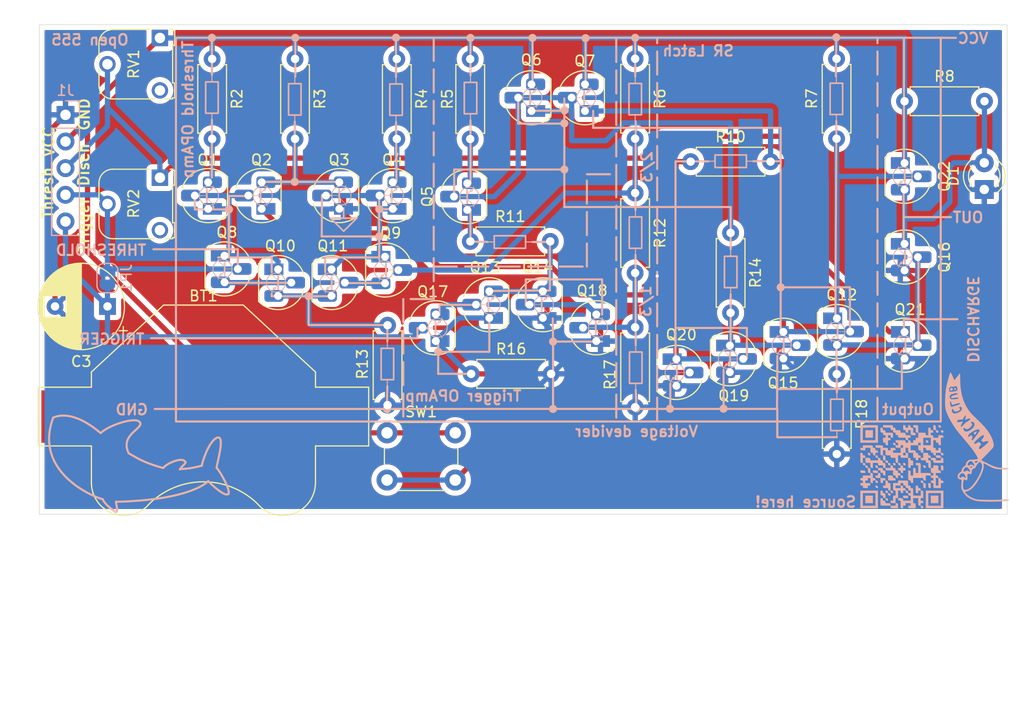
<source format=kicad_pcb>
(kicad_pcb (version 20241229) (generator "pcbnew") (generator_version "9.0")
  (layers (0 "F.Cu" signal) (2 "B.Cu" signal) (13 "F.Paste" user) (15 "B.Paste" user) (5 "F.SilkS" user "F.Silkscreen") (7 "B.SilkS" user "B.Silkscreen") (1 "F.Mask" user) (3 "B.Mask" user) (25 "Edge.Cuts" user))
  (net 0 "")
  (net 1 "GND")
  (net 2 "VCC")
  (net 3 "OUT")
  (net 4 "Net-(Q1-B)")
  (net 5 "Net-(Q1-E)")
  (net 6 "Net-(Q2-E)")
  (net 7 "THRESHOLD")
  (net 8 "Net-(Q4-E)")
  (net 9 "Net-(Q5-C)")
  (net 10 "Net-(Q5-B)")
  (net 11 "Net-(Q5-E)")
  (net 12 "Net-(Q14-B)")
  (net 13 "Net-(Q10-B)")
  (net 14 "Net-(Q10-E)")
  (net 15 "Net-(Q12-E)")
  (net 16 "Net-(Q12-B)")
  (net 17 "DISCHARGE")
  (net 18 "Net-(Q19-B)")
  (net 19 "Net-(Q11-C)")
  (net 20 "Net-(Q9-B)")
  (net 21 "Net-(Q11-B)")
  (net 22 "Net-(Q12-C)")
  (net 23 "Net-(Q13-C)")
  (net 24 "Net-(Q13-B)")
  (net 25 "Net-(Q13-E)")
  (net 26 "Net-(Q15-B)")
  (net 27 "Net-(Q18-B)")
  (net 28 "Net-(J1-Pin_2)")
  (net 31 "TRIGGER")
  (footprint "Resistor_THT:R_Axial_DIN0207_L6.3mm_D2.5mm_P7.62mm_Horizontal" (layer "F.Cu") (at 81.189999 135.299999)
    (property "Reference" "R10")
    (property "Value" "R")
  )
  (footprint "Resistor_THT:R_Axial_DIN0207_L6.3mm_D2.5mm_P7.62mm_Horizontal" (layer "F.Cu") (at 75.899998 125.49 -90)
    (property "Reference" "R6")
    (property "Value" "R")
  )
  (footprint "Package_TO_SOT_THT:TO-92L_HandSolder" (layer "F.Cu") (at 62 150.2 90)
    (property "Reference" "Q13")
    (property "Value" "PNP")
  )
  (footprint "Package_TO_SOT_THT:TO-92L_HandSolder" (layer "F.Cu") (at 66.02 130.47 90)
    (property "Reference" "Q6")
    (property "Value" "PNP")
  )
  (footprint "Resistor_THT:R_Axial_DIN0207_L6.3mm_D2.5mm_P7.62mm_Horizontal" (layer "F.Cu") (at 95.12 155.55 -90)
    (property "Reference" "R18")
    (property "Value" "R")
  )
  (footprint "Capacitor_THT:CP_Radial_D8.0mm_P5.00mm" (layer "F.Cu") (at 25.602651 149.1 180)
    (property "Reference" "C3")
    (property "Value" "10uF")
  )
  (footprint "Package_TO_SOT_THT:TO-92L_HandSolder" (layer "F.Cu") (at 67.1 150.2 90)
    (property "Reference" "Q14")
    (property "Value" "PNP")
  )
  (footprint "LED_THT:LED_D3.0mm" (layer "F.Cu") (at 109.18 137.95 90)
    (property "Reference" "D1")
    (property "Value" "LED")
  )
  (footprint "Button_Switch_THT:SW_PUSH_6mm" (layer "F.Cu") (at 52.250001 161.150001)
    (property "Reference" "SW1")
    (property "Value" "SW_Push")
  )
  (footprint "Potentiometer_THT:Potentiometer_Runtron_RM-065_Vertical" (layer "F.Cu") (at 30.600005 136.829997 -90)
    (property "Reference" "RV2")
    (property "Value" "R_Potentiometer")
  )
  (footprint "Package_TO_SOT_THT:TO-92L_HandSolder" (layer "F.Cu") (at 71.12 130.47 90)
    (property "Reference" "Q7")
    (property "Value" "PNP")
  )
  (footprint "Package_TO_SOT_THT:TO-92L_HandSolder" (layer "F.Cu") (at 52.8 139.800001 90)
    (property "Reference" "Q4")
    (property "Value" "PNP")
  )
  (footprint "Package_TO_SOT_THT:TO-92L_HandSolder" (layer "F.Cu") (at 95.13 150.23 -90)
    (property "Reference" "Q12")
    (property "Value" "NPN")
  )
  (footprint "Package_TO_SOT_THT:TO-92L_HandSolder" (layer "F.Cu") (at 90.03 151.53 -90)
    (property "Reference" "Q15")
    (property "Value" "NPN")
  )
  (footprint "Package_TO_SOT_THT:TO-92L_HandSolder" (layer "F.Cu") (at 36.760002 144.259998 -90)
    (property "Reference" "Q8")
    (property "Value" "NPN")
  )
  (footprint "Package_TO_SOT_THT:TO-92L_HandSolder" (layer "F.Cu") (at 101.58 143.129999 -90)
    (property "Reference" "Q16")
    (property "Value" "NPN")
  )
  (footprint "Package_TO_SOT_THT:TO-92L_HandSolder" (layer "F.Cu") (at 79.83 154.13 -90)
    (property "Reference" "Q20")
    (property "Value" "NPN")
  )
  (footprint "Resistor_THT:R_Axial_DIN0207_L6.3mm_D2.5mm_P7.62mm_Horizontal" (layer "F.Cu") (at 53.180001 125.51 -90)
    (property "Reference" "R4")
    (property "Value" "R")
  )
  (footprint "Package_TO_SOT_THT:TO-92L_HandSolder" (layer "F.Cu") (at 41.86 145.56 -90)
    (property "Reference" "Q10")
    (property "Value" "NPN")
  )
  (footprint "Resistor_THT:R_Axial_DIN0207_L6.3mm_D2.5mm_P7.62mm_Horizontal" (layer "F.Cu") (at 35.580001 125.51 -90)
    (property "Reference" "R2")
    (property "Value" "R")
  )
  (footprint "Package_TO_SOT_THT:TO-92L_HandSolder" (layer "F.Cu") (at 46.96 145.56 -90)
    (property "Reference" "Q11")
    (property "Value" "NPN")
  )
  (footprint "Package_TO_SOT_THT:TO-92L_HandSolder" (layer "F.Cu") (at 47.7 139.800001 90)
    (property "Reference" "Q3")
    (property "Value" "PNP")
  )
  (footprint "Package_TO_SOT_THT:TO-92L_HandSolder" (layer "F.Cu") (at 101.579999 135.43 -90)
    (property "Reference" "Q22")
    (property "Value" "NPN")
  )
  (footprint "Package_TO_SOT_THT:TO-92L_HandSolder" (layer "F.Cu") (at 56.9 152.4 90)
    (property "Reference" "Q17")
    (property "Value" "PNP")
  )
  (footprint "Package_TO_SOT_THT:TO-92L_HandSolder" (layer "F.Cu") (at 35.199999 139.800001 90)
    (property "Reference" "Q1")
    (property "Value" "PNP")
  )
  (footprint "Resistor_THT:R_Axial_DIN0207_L6.3mm_D2.5mm_P7.62mm_Horizontal" (layer "F.Cu") (at 95.100002 133.109998 90)
    (property "Reference" "R7")
    (property "Value" "R")
  )
  (footprint "Resistor_THT:R_Axial_DIN0207_L6.3mm_D2.5mm_P7.62mm_Horizontal" (layer "F.Cu") (at 43.48 125.51 -90)
    (property "Reference" "R3")
    (property "Value" "R")
  )
  (footprint "Package_TO_SOT_THT:TO-92L_HandSolder" (layer "F.Cu") (at 40.299999 139.800001 90)
    (property "Reference" "Q2")
    (property "Value" "PNP")
  )
  (footprint "Resistor_THT:R_Axial_DIN0207_L6.3mm_D2.5mm_P7.62mm_Horizontal" (layer "F.Cu") (at 60.18 125.52 -90)
    (property "Reference" "R5")
    (property "Value" "R")
  )
  (footprint "Package_TO_SOT_THT:TO-92L_HandSolder" (layer "F.Cu") (at 101.58 151.53 -90)
    (property "Reference" "Q21")
    (property "Value" "NPN")
  )
  (footprint "Package_TO_SOT_THT:TO-92L_HandSolder" (layer "F.Cu") (at 59.9 139.9 90)
    (property "Reference" "Q5")
    (property "Value" "PNP")
  )
  (footprint "Resistor_THT:R_Axial_DIN0207_L6.3mm_D2.5mm_P7.62mm_Horizontal" (layer "F.Cu") (at 85 142.089999 -90)
    (property "Reference" "R14")
    (property "Value" "R")
  )
  (footprint "Resistor_THT:R_Axial_DIN0207_L6.3mm_D2.5mm_P7.62mm_Horizontal" (layer "F.Cu") (at 75.899998 151.09 -90)
    (property "Reference" "R17")
    (property "Value" "R")
  )
  (footprint "Package_TO_SOT_THT:TO-92L_HandSolder" (layer "F.Cu") (at 84.93 152.83 -90)
    (property "Reference" "Q19")
    (property "Value" "NPN")
  )
  (footprint "Resistor_THT:R_Axial_DIN0207_L6.3mm_D2.5mm_P7.62mm_Horizontal" (layer "F.Cu") (at 75.9 138.29 -90)
    (property "Reference" "R12")
    (property "Value" "R")
  )
  (footprint "Resistor_THT:R_Axial_DIN0207_L6.3mm_D2.5mm_P7.62mm_Horizontal" (layer "F.Cu") (at 60.19 142.9)
    (property "Reference" "R11")
    (property "Value" "R")
  )
  (footprint "Potentiometer_THT:Potentiometer_Runtron_RM-065_Vertical" (layer "F.Cu") (at 30.6 123.51 -90)
    (property "Reference" "RV1")
    (property "Value" "R_Potentiometer")
  )
  (footprint "Resistor_THT:R_Axial_DIN0207_L6.3mm_D2.5mm_P7.62mm_Horizontal" (layer "F.Cu") (at 52.3 150.89 -90)
    (property "Reference" "R13")
    (property "Value" "R")
  )
  (footprint "Resistor_THT:R_Axial_DIN0207_L6.3mm_D2.5mm_P7.62mm_Horizontal" (layer "F.Cu") (at 101.58 129.54)
    (property "Reference" "R8")
    (property "Value" "R")
  )
  (footprint "Package_TO_SOT_THT:TO-92L_HandSolder" (layer "F.Cu") (at 52.06 144.36 -90)
    (property "Reference" "Q9")
    (property "Value" "NPN")
  )
  (footprint "Resistor_THT:R_Axial_DIN0207_L6.3mm_D2.5mm_P7.62mm_Horizontal" (layer "F.Cu") (at 60.27 155.529999)
    (property "Reference" "R16")
    (property "Value" "R")
  )
  (footprint "Package_TO_SOT_THT:TO-92L_HandSolder" (layer "F.Cu") (at 72.2 152.4 90)
    (property "Reference" "Q18")
    (property "Value" "PNP")
  )
  (footprint "Battery:BatteryHolder_Multicomp_BC-2001_1x2032" (layer "F.Cu") (at 34.75 159.6 180)
    (property "Reference" "BT1")
    (property "Value" "Battery_Cell")
  )
  (footprint "LOGO" (layer "B.Cu") (at 51.925 145.65 180)
    (property "Reference" "G***" (hide yes))
    (property "Value" "LOGO" (hide yes))
  )
  (footprint "LOGO" (layer "B.Cu") (at 67.225 148.925 180)
    (property "Reference" "G***" (hide yes))
    (property "Value" "LOGO" (hide yes))
  )
  (footprint "Jumper:SolderJumper-2_P1.3mm_Bridged2Bar_RoundedPad1.0x1.5mm" (layer "B.Cu") (at 25.6 146.4 90)
    (property "Reference" "JP1")
    (property "Value" "SolderJumper_2_Bridged")
  )
  (footprint "LOGO" (layer "B.Cu") (at 35.3 138.55 180)
    (property "Reference" "G***" (hide yes))
    (property "Value" "LOGO" (hide yes))
  )
  (footprint "LOGO" (layer "B.Cu") (at 48.1 141.025 180)
    (property "Reference" "G***" (hide yes))
    (property "Value" "LOGO" (hide yes))
  )
  (footprint "LOGO" (layer "B.Cu") (at 101.4 144.425 180)
    (property "Reference" "G***" (hide yes))
    (property "Value" "LOGO" (hide yes))
  )
  (footprint "LOGO" (layer "B.Cu") (at 95.05 129.3)
    (property "Reference" "G***" (hide yes))
    (property "Value" "LOGO" (hide yes))
  )
  (footprint "LOGO" (layer "B.Cu") (at 62.15 148.95 180)
    (property "Reference" "G***" (hide yes))
    (property "Value" "LOGO" (hide yes))
  )
  (footprint "Connector_PinHeader_2.54mm:PinHeader_1x05_P2.54mm_Vertical" (layer "B.Cu") (at 21.6 130.84 180)
    (property "Reference" "J1")
    (property "Value" "Conn_01x05_Pin")
  )
  (footprint "LOGO" (layer "B.Cu") (at 95.1 159.425)
    (property "Reference" "G***" (hide yes))
    (property "Value" "LOGO" (hide yes))
  )
  (footprint "LOGO" (layer "B.Cu") (at 75.925 154.925)
    (property "Reference" "G***" (hide yes))
    (property "Value" "LOGO" (hide yes))
  )
  (footprint "LOGO" (layer "B.Cu") (at 101.45 152.825 180)
    (property "Reference" "G***" (hide yes))
    (property "Value" "LOGO" (hide yes))
  )
  (footprint "LOGO" (layer "B.Cu") (at 84.975 145.8)
    (property "Reference" "G***" (hide yes))
    (property "Value" "LOGO" (hide yes))
  )
  (footprint "LOGO" (layer "B.Cu") (at 36.55 145.55 180)
    (property "Reference" "G***" (hide yes))
    (property "Value" "LOGO" (hide yes))
  )
  (footprint "LOGO" (layer "B.Cu") (at 43.425 129.347603)
    (property "Reference" "G***" (hide yes))
    (property "Value" "LOGO" (hide yes))
  )
  (footprint "LOGO" (layer "B.Cu") (at 52.925 138.525 180)
    (property "Reference" "G***" (hide yes))
    (property "Value" "LOGO" (hide yes))
  )
  (footprint "LOGO" (layer "B.Cu") (at 35.525 129.175)
    (property "Reference" "G***" (hide yes))
    (property "Value" "LOGO" (hide yes))
  )
  (footprint "LOGO" (layer "B.Cu") (at 40.425 138.55 180)
    (property "Reference" "G***" (hide yes))
    (property "Value" "LOGO" (hide yes))
  )
  (footprint "LOGO" (layer "B.Cu") (at 79.65 155.425 180)
    (property "Reference" "G***" (hide yes))
    (property "Value" "LOGO" (hide yes))
  )
  (footprint "LOGO" (layer "B.Cu") (at 63.975 142.925 -90)
    (property "Reference" "G***" (hide yes))
    (property "Value" "LOGO" (hide yes))
  )
  (footprint "LOGO" (layer "B.Cu") (at 60.125 138.65 180)
    (property "Reference" "G***" (hide yes))
    (property "Value" "LOGO" (hide yes))
  )
  (footprint "LOGO" (layer "B.Cu") (at 47.925 138.525 180)
    (property "Reference" "G***" (hide yes))
    (property "Value" "LOGO" (hide yes))
  )
  (footprint "LOGO" (layer "B.Cu") (at 75.9 142.05)
    (property "Reference" "G***" (hide yes))
    (property "Value" "LOGO" (hide yes))
  )
  (footprint "LOGO" (layer "B.Cu") (at 57.1 151.15 180)
    (property "Reference" "G***" (hide yes))
    (property "Value" "LOGO" (hide yes))
  )
  (footprint "LOGO" (layer "B.Cu") (at 53.075 129.375)
    (property "Reference" "G***" (hide yes))
    (property "Value" "LOGO" (hide yes))
  )
  (footprint "LOGO" (layer "B.Cu") (at 52.25 154.575)
    (property "Reference" "G***" (hide yes))
    (property "Value" "LOGO" (hide yes))
  )
  (footprint "LOGO" (layer "B.Cu") (at 84.725 154.125 180)
    (property "Reference" "G***" (hide yes))
    (property "Value" "LOGO" (hide yes))
  )
  (footprint "LOGO" (layer "B.Cu") (at 75.875 129.325)
    (property "Reference" "G***" (hide yes))
    (property "Value" "LOGO" (hide yes))
  )
  (footprint "LOGO" (layer "B.Cu") (at 71.275 129.2 180)
    (property "Reference" "G***" (hide yes))
    (property "Value" "LOGO" (hide yes))
  )
  (footprint "LOGO" (layer "B.Cu") (at 85.025 135.225 -90)
    (property "Reference" "G***" (hide yes))
    (property "Value" "LOGO" (hide yes))
  )
  (footprint "LOGO" (layer "B.Cu") (at 66.125 129.2 180)
    (property "Reference" "G***" (hide yes))
    (property "Value" "LOGO" (hide yes))
  )
  (footprint "LOGO" (layer "B.Cu") (at 72.375 151.125 180)
    (property "Reference" "G***" (hide yes))
    (property "Value" "LOGO" (hide yes))
  )
  (footprint "LOGO" (layer "B.Cu") (at 41.65 146.85 180)
    (property "Reference" "G***" (hide yes))
    (property "Value" "LOGO" (hide yes))
  )
  (footprint "LOGO" (layer "B.Cu") (at 60.175 129.225)
    (property "Reference" "G***" (hide yes))
    (property "Value" "LOGO" (hide yes))
  )
  (footprint "LOGO" (layer "B.Cu") (at 101.375 136.725 180)
    (property "Reference" "G***" (hide yes))
    (property "Value" "LOGO" (hide yes))
  )
  (footprint "LOGO" (layer "B.Cu") (at 46.75 146.85 180)
    (property "Reference" "G***" (hide yes))
    (property "Value" "LOGO" (hide yes))
  )
  (footprint "LOGO" (layer "B.Cu") (at 101.325 164.375)
    (property "Reference" "G***" (hide yes))
    (property "Value" "LOGO" (hide yes))
  )
  (footprint "LOGO" (layer "B.Cu") (at 108 161.575 90)
    (property "Reference" "G***" (hide yes))
    (property "Value" "LOGO" (hide yes))
  )
  (footprint "LOGO" (layer "B.Cu") (at 94.975 151.525 180)
    (property "Reference" "G***" (hide yes))
    (property "Value" "LOGO" (hide yes))
  )
  (footprint "LOGO" (layer "B.Cu") (at 89.85 152.8 180)
    (property "Reference" "G***" (hide yes))
    (property "Value" "LOGO" (hide yes))
  )
  (gr_line (start 101.325 156.95) (end 101.325 154.25) (stroke (width 0.2)) (layer "B.SilkS"))
  (gr_line (start 69.05 130.45) (end 66.05 130.45) (stroke (width 0.2)) (layer "B.SilkS"))
  (gr_line (start 44.775 150.875) (end 52.275 150.875) (stroke (width 0.2)) (layer "B.SilkS"))
  (gr_line (start 44.775 148.15) (end 44.775 150.875) (stroke (width 0.2)) (layer "B.SilkS"))
  (gr_line (start 72.75 152.45) (end 68.075 152.45) (stroke (width 0.2)) (layer "B.SilkS"))
  (gr_line (start 46.356968 144.425) (end 51.502977 144.425) (stroke (width 0.2)) (layer "B.SilkS"))
  (gr_line (start 75.956253 152.785605) (end 75.931253 144.189396) (stroke (width 0.2)) (layer "B.SilkS"))
  (gr_circle (center 51.510044 139.825) (end 51.335044 140.05) (stroke (width 0.2)) (fill yes) (layer "B.SilkS"))
  (gr_line (start 43.504553 127.208208) (end 43.504553 123.49) (stroke (width 0.2)) (layer "B.SilkS"))
  (gr_line (start 96.375 147.275) (end 89.9 147.275) (stroke (width 0.2)) (layer "B.SilkS"))
  (gr_circle (center 75.906253 123.49) (end 75.731253 123.715) (stroke (width 0.2)) (fill yes) (layer "B.SilkS"))
  (gr_line (start 37.175 142.425) (end 37.175 138.575) (stroke (width 0.2)) (layer "B.SilkS"))
  (gr_line (start 79.257034 156.448479) (end 79.25 158.8) (stroke (width 0.2)) (layer "B.SilkS"))
  (gr_circle (center 60.2 123.5) (end 60.025 123.725) (stroke (width 0.2)) (fill yes) (layer "B.SilkS"))
  (gr_line (start 71.3 136.5) (end 74.1 136.5) (stroke (width 0.2) (type dash)) (layer "B.SilkS"))
  (gr_circle (center 84.325 158.85) (end 84.15 159.075) (stroke (width 0.2)) (fill yes) (layer "B.SilkS"))
  (gr_line (start 75.956253 157.064396) (end 76.025 158.775) (stroke (width 0.2)) (layer "B.SilkS"))
  (gr_line (start 72.75 149.875) (end 72.75 146.525) (stroke (width 0.2)) (layer "B.SilkS"))
  (gr_line (start 60.206253 131.364396) (end 60.206253 137.375) (stroke (width 0.2)) (layer "B.SilkS"))
  (gr_line (start 55.15 152.125) (end 29.75 152.125) (stroke (width 0.2)) (layer "B.SilkS"))
  (gr_curve (pts (xy 26.4 167.725) (xy 26.45 168.05) (xy 26.7 168.925) (xy 26.275 168.625)) (stroke (width 0.2)) (layer "B.SilkS"))
  (gr_line (start 53.106253 131.514396) (end 53.154553 137.175) (stroke (width 0.2)) (layer "B.SilkS"))
  (gr_line (start 60.2 142.925) (end 61.835604 142.95) (stroke (width 0.2)) (layer "B.SilkS"))
  (gr_circle (center 69.175 130.4) (end 69 130.625) (stroke (width 0.2)) (fill yes) (layer "B.SilkS"))
  (gr_line (start 30.1 158.875) (end 89.424402 158.867499) (stroke (width 0.2)) (layer "B.SilkS"))
  (gr_line (start 66.114395 142.956253) (end 67.775 142.956253) (stroke (width 0.2)) (layer "B.SilkS"))
  (gr_line (start 68.075 155.6) (end 68.075 152.45) (stroke (width 0.2)) (layer "B.SilkS"))
  (gr_circle (center 89.775 147.275) (end 89.6 147.5) (stroke (width 0.2)) (fill yes) (layer "B.SilkS"))
  (gr_circle (center 69.15 131.65) (end 68.975 131.875) (stroke (width 0.2)) (fill yes) (layer "B.SilkS"))
  (gr_line (start 105.03 123.49) (end 106.475 123.5) (stroke (width 0.2)) (layer "B.SilkS"))
  (gr_line (start 95.075 123.45) (end 95.032953 127.160605) (stroke (width 0.2)) (layer "B.SilkS"))
  (gr_line (start 102.9 152.825) (end 102.9 144.4) (stroke (width 0.2)) (layer "B.SilkS"))
  (gr_line (start 75.931253 139.910605) (end 75.954553 131.464396) (stroke (width 0.2)) (layer "B.SilkS"))
  (gr_line (start 57.175 153.425) (end 62 153.425) (stroke (width 0.2)) (layer "B.SilkS"))
  (gr_line (start 65.475 146.525) (end 65.475 149) (stroke (width 0.2)) (layer "B.SilkS"))
  (gr_line (start 72.75 146.525) (end 65.475 146.525) (stroke (width 0.2)) (layer "B.SilkS"))
  (gr_line (start 53.8 148.4) (end 53.8 160) (stroke (width 0.2) (type dash)) (layer "B.SilkS"))
  (gr_line (start 35.68159 139.567183) (end 35.68159 139.75) (stroke (width 0.2)) (layer "B.SilkS"))
  (gr_line (start 56.7 145.3) (end 71.3 145.3) (stroke (width 0.2) (type dash)) (layer "B.SilkS"))
  (gr_circle (center 76.025 158.825) (end 75.85 159.05) (stroke (width 0.2)) (fill yes) (layer "B.SilkS"))
  (gr_line (start 35.556253 131.314396) (end 35.55 136.825) (stroke (width 0.2)) (layer "B.SilkS"))
  (gr_line (start 58.65 138.65) (end 58.65 136.05) (stroke (width 0.2)) (layer "B.SilkS"))
  (gr_curve (pts (xy 30.925 164.5) (xy 31.175 164.1) (xy 32.7 163.4) (xy 33 163.9)) (stroke (width 0.2)) (layer "B.SilkS"))
  (gr_line (start 89.441017 156.975) (end 101.325 156.95) (stroke (width 0.2)) (layer "B.SilkS"))
  (gr_line (start 101.525 151.55) (end 101.525 150.319698) (stroke (width 0.2)) (layer "B.SilkS"))
  (gr_curve (pts (xy 26.275 168.625) (xy 25.85 168.325) (xy 25.3 167.875) (xy 25.15 167.475)) (stroke (width 0.2)) (layer "B.SilkS"))
  (gr_line (start 37.175 142.425) (end 37.175 144.425) (stroke (width 0.2)) (layer "B.SilkS"))
  (gr_circle (center 68.075 158.875) (end 67.9 159.1) (stroke (width 0.2)) (fill yes) (layer "B.SilkS"))
  (gr_line (start 46.356968 145.826519) (end 46.356968 144.425) (stroke (width 0.2)) (layer "B.SilkS"))
  (gr_line (start 87.164395 135.256253) (end 89.775 135.256253) (stroke (width 0.2)) (layer "B.SilkS"))
  (gr_curve (pts (xy 36.1 161.6) (xy 36.825 161.425) (xy 36.05 164) (xy 36 164.475)) (stroke (width 0.2)) (layer "B.SilkS"))
  (gr_line (start 46.924951 138.520326) (end 46.05 138.492287) (stroke (width 0.2)) (layer "B.SilkS"))
  (gr_line (start 79.75 135.275) (end 81.225 135.275) (stroke (width 0.2)) (layer "B.SilkS"))
  (gr_curve (pts (xy 27.625 163.1) (xy 28.2 163.4) (xy 28.975 164) (xy 30.925 164.5)) (stroke (width 0.2)) (layer "B.SilkS"))
  (gr_line (start 79.75 151.15) (end 86.55 151.15) (stroke (width 0.2)) (layer "B.SilkS"))
  (gr_line (start 95.131253 157.285605) (end 95.082953 152.75) (stroke (width 0.2)) (layer "B.SilkS"))
  (gr_circle (center 43.45 137.225) (end 43.275 137.45) (stroke (width 0.2)) (fill yes) (layer "B.SilkS"))
  (gr_line (start 66.114051 127.925) (end 66.114051 123.575) (stroke (width 0.2)) (layer "B.SilkS"))
  (gr_circle (center 57.125 153.425) (end 56.95 153.65) (stroke (width 0.2)) (fill yes) (layer "B.SilkS"))
  (gr_line (start 101.5 143.15) (end 101.5 138.025) (stroke (width 0.2)) (layer "B.SilkS"))
  (gr_line (start 68.075 155.6) (end 68.075 158.775) (stroke (width 0.2)) (layer "B.SilkS"))
  (gr_line (start 60.8 148.95) (end 57.25 148.95) (stroke (width 0.2)) (layer "B.SilkS"))
  (gr_line (start 89.775 135.256253) (end 89.775 151.5) (stroke (width 0.2)) (layer "B.SilkS"))
  (gr_line (start 56.108831 151.173365) (end 55.15 151.173365) (stroke (width 0.2)) (layer "B.SilkS"))
  (gr_rect (start 32.13 123.49) (end 105.03 160.07) (stroke (width 0.2)) (fill no) (layer "B.SilkS"))
  (gr_circle (center 35.556253 123.49) (end 35.381253 123.715) (stroke (width 0.2)) (fill yes) (layer "B.SilkS"))
  (gr_line (start 81.225 135.275) (end 82.885604 135.275) (stroke (width 0.2)) (layer "B.SilkS"))
  (gr_line (start 60.25 155.525) (end 57.125 155.525) (stroke (width 0.2)) (layer "B.SilkS"))
  (gr_line (start 79.75 154.075) (end 79.75 135.275) (stroke (width 0.2)) (layer "B.SilkS"))
  (gr_line (start 46.05 138.492287) (end 46.023303 142.424983) (stroke (width 0.2)) (layer "B.SilkS"))
  (gr_circle (center 71.175 123.525) (end 71 123.75) (stroke (width 0.2)) (fill yes) (layer "B.SilkS"))
  (gr_circle (center 52.25 158.875) (end 52.075 159.1) (stroke (width 0.2)) (fill yes) (layer "B.SilkS"))
  (gr_line (start 56.7 123.5) (end 56.7 148.4) (stroke (width 0.2) (type dash)) (layer "B.SilkS"))
  (gr_line (start 58.65 136.05) (end 69.05 136.05) (stroke (width 0.2)) (layer "B.SilkS"))
  (gr_line (start 41.85 148.125) (end 41.25 148.125) (stroke (width 0.2)) (layer "B.SilkS"))
  (gr_line (start 71.3 145.3) (end 71.3 136.5) (stroke (width 0.2) (type dash)) (layer "B.SilkS"))
  (gr_line (start 57.25 148.95) (end 57.25 149.9) (stroke (width 0.2)) (layer "B.SilkS"))
  (gr_circle (center 43.504553 123.49) (end 43.329553 123.715) (stroke (width 0.2)) (fill yes) (layer "B.SilkS"))
  (gr_line (start 41.256968 144.425) (end 36.15 144.425) (stroke (width 0.2)) (layer "B.SilkS"))
  (gr_line (start 101.523795 135.4) (end 101.523795 123.525) (stroke (width 0.2)) (layer "B.SilkS"))
  (gr_curve (pts (xy 35.2 165.75) (xy 35.2 165.75) (xy 33.725 167.55) (xy 26.4 167.725)) (stroke (width 0.2)) (layer "B.SilkS"))
  (gr_line (start 60.2 139.85) (end 60.2 142.925) (stroke (width 0.2)) (layer "B.SilkS"))
  (gr_curve (pts (xy 34.6 164.275) (xy 34.675 163.725) (xy 35.375 161.775) (xy 36.1 161.6)) (stroke (width 0.2)) (layer "B.SilkS"))
  (gr_line (start 38.025 143.65) (end 29.975 143.65) (stroke (width 0.2)) (layer "B.SilkS"))
  (gr_line (start 51.5 139.825) (end 53.175 139.825) (stroke (width 0.2)) (layer "B.SilkS"))
  (gr_line (start 67.775 142.956253) (end 67.775 147.575) (stroke (width 0.2)) (layer "B.SilkS"))
  (gr_circle (center 68.075 152.45) (end 67.9 152.675) (stroke (width 0.2)) (fill yes) (layer "B.SilkS"))
  (gr_line (start 41.25 148.125) (end 41.257034 147.873479) (stroke (width 0.2)) (layer "B.SilkS"))
  (gr_curve (pts (xy 36 164.475) (xy 36.3 164.775) (xy 37.375 166.625) (xy 37.125 166.975)) (stroke (width 0.2)) (layer "B.SilkS"))
  (gr_line (start 95.081253 131.439396) (end 94.998634 149.975) (stroke (width 0.2)) (layer "B.SilkS"))
  (gr_line (start 69.15 139.625) (end 69.15 129.275) (stroke (width 0.2)) (layer "B.SilkS"))
  (gr_line (start 51.5 142.425) (end 51.503279 144.627604) (stroke (width 0.2)) (layer "B.SilkS"))
  (gr_circle (center 37.185044 139.85) (end 37.010044 140.075) (stroke (width 0.2)) (fill yes) (layer "B.SilkS"))
  (gr_line (start 48.1875 146.875) (end 52.1125 146.875) (stroke (width 0.2)) (layer "B.SilkS"))
  (gr_line (start 37.175 138.575) (end 39.2 138.573365) (stroke (width 0.2)) (layer "B.SilkS"))
  (gr_circle (center 79.225 158.85) (end 79.05 159.075) (stroke (width 0.2)) (fill yes) (layer "B.SilkS"))
  (gr_line (start 85.01002 139.625) (end 69.15 139.625) (stroke (width 0.2)) (layer "B.SilkS"))
  (gr_line (start 89.457034 153.823479) (end 89.425 158.775) (stroke (width 0.2)) (layer "B.SilkS"))
  (gr_line (start 85.006253 147.939396) (end 85.006253 152.7) (stroke (width 0.2)) (layer "B.SilkS"))
  (gr_line (start 43.456253 137.225) (end 40.325 137.225) (stroke (width 0.2)) (layer "B.SilkS"))
  (gr_line (start 78 160) (end 78 123.5) (stroke (width 0.2) (type dash)) (layer "B.SilkS"))
  (gr_line (start 62 153.425) (end 62 150.3) (stroke (width 0.2)) (layer "B.SilkS"))
  (gr_line (start 38.025 145.55) (end 38.025 143.65) (stroke (width 0.2)) (layer "B.SilkS"))
  (gr_curve (pts (xy 28.7 160.15) (xy 29.075 160.75) (xy 26.75 161.3) (xy 27.625 163.1)) (stroke (width 0.2)) (layer "B.SilkS"))
  (gr_line (start 55.15 151.173365) (end 55.15 152.125) (stroke (width 0.2)) (layer "B.SilkS"))
  (gr_curve (pts (xy 24.95 161.175) (xy 25.7 160.425) (xy 28.325 159.55) (xy 28.7 160.15)) (stroke (width 0.2)) (layer "B.SilkS"))
  (gr_line (start 56.7 148.4) (end 53.8 148.4) (stroke (width 0.2) (type dash)) (layer "B.SilkS"))
  (gr_circle (center 66.114956 123.5) (end 65.939956 123.725) (stroke (width 0.2)) (fill yes) (layer "B.SilkS"))
  (gr_line (start 95.131253 161.564396) (end 89.475 161.575) (stroke (width 0.2)) (layer "B.SilkS"))
  (gr_line (start 52.281253 156.714396) (end 52.232953 158.8) (stroke (width 0.2)) (layer "B.SilkS"))
  (gr_circle (center 51.510044 142.425) (end 51.335044 142.65) (stroke (width 0.2)) (fill yes) (layer "B.SilkS"))
  (gr_line (start 89.775 132.075) (end 71.9 132.075) (stroke (width 0.2)) (layer "B.SilkS"))
  (gr_curve (pts (xy 37.125 166.975) (xy 36.725 167.325) (xy 35.2 165.75) (xy 35.2 165.75)) (stroke (width 0.2)) (layer "B.SilkS"))
  (gr_line (start 62.25 147.625) (end 67.775 147.575) (stroke (width 0.2)) (layer "B.SilkS"))
  (gr_line (start 33.925 138.545326) (end 33.925 139.85) (stroke (width 0.2)) (layer "B.SilkS"))
  (gr_line (start 71.9 132.075) (end 71.9 130.45) (stroke (width 0.2)) (layer "B.SilkS"))
  (gr_line (start 74.1 136.5) (end 74.1 160) (stroke (width 0.2) (type dash)) (layer "B.SilkS"))
  (gr_line (start 71.175 127.95) (end 71.175 123.49) (stroke (width 0.2)) (layer "B.SilkS"))
  (gr_line (start 60.206253 127.085605) (end 60.2 123.5) (stroke (width 0.2)) (layer "B.SilkS"))
  (gr_line (start 57.125 155.525) (end 57.125 152.425) (stroke (width 0.2)) (layer "B.SilkS"))
  (gr_circle (center 69.15 136.05) (end 68.975 136.275) (stroke (width 0.2)) (fill yes) (layer "B.SilkS"))
  (gr_line (start 106 140.5875) (end 101.5 140.5875) (stroke (width 0.2)) (layer "B.SilkS"))
  (gr_line (start 64.75 129.225) (end 64.75 131.675) (stroke (width 0.2)) (layer "B.SilkS"))
  (gr_line (start 84.332034 155.148479) (end 84.332034 158.725) (stroke (width 0.2)) (layer "B.SilkS"))
  (gr_line (start 86.55 151.15) (end 86.55 154.05) (stroke (width 0.2)) (layer "B.SilkS"))
  (gr_curve (pts (xy 20.425 159.7) (xy 21.15 159.375) (xy 22.65 159.225) (xy 24.95 161.175)) (stroke (width 0.2)) (layer "B.SilkS"))
  (gr_line (start 33.925 139.85) (end 37.175 139.85) (stroke (width 0.2)) (layer "B.SilkS"))
  (gr_line (start 101.525 150.319698) (end 101.525 151.55) (stroke (width 0.2)) (layer "B.SilkS"))
  (gr_line (start 51.5 138.55) (end 51.924951 138.548365) (stroke (width 0.2)) (layer "B.SilkS"))
  (gr_line (start 89.45 161.55) (end 89.45 158.825) (stroke (width 0.2)) (layer "B.SilkS"))
  (gr_line (start 53.106253 127.235605) (end 53.1 123.6) (stroke (width 0.2)) (layer "B.SilkS"))
  (gr_line (start 35.556253 127.035605) (end 35.556253 123.6) (stroke (width 0.2)) (layer "B.SilkS"))
  (gr_line (start 101.525 150.319698) (end 106.625 150.319698) (stroke (width 0.2)) (layer "B.SilkS"))
  (gr_line (start 96.375 151.719659) (end 96.375 147.275) (stroke (width 0.2)) (layer "B.SilkS"))
  (gr_line (start 40.325 137.225) (end 47.463313 137.225) (stroke (width 0.2)) (layer "B.SilkS"))
  (gr_circle (center 44.775 148.125) (end 44.6 148.35) (stroke (width 0.2)) (fill yes) (layer "B.SilkS"))
  (gr_line (start 51.5 142.425) (end 51.5 138.55) (stroke (width 0.2)) (layer "B.SilkS"))
  (gr_line (start 74.1 123.6) (end 74.1 136.5) (stroke (width 0.2) (type dash)) (layer "B.SilkS"))
  (gr_line (start 41.256968 145.826519) (end 41.256968 144.425) (stroke (width 0.2)) (layer "B.SilkS"))
  (gr_line (start 75.906253 127.185605) (end 75.906253 123.55) (stroke (width 0.2)) (layer "B.SilkS"))
  (gr_line (start 68.075 152.45) (end 68.05 150.25) (stroke (width 0.2)) (layer "B.SilkS"))
  (gr_line (start 68.075 152.45) (end 68.075 155.6) (stroke (width 0.2)) (layer "B.SilkS"))
  (gr_line (start 85.006253 143.660605) (end 85.01002 139.625) (stroke (width 0.2)) (layer "B.SilkS"))
  (gr_line (start 52.275 150.875) (end 52.281253 152.435605) (stroke (width 0.2)) (layer "B.SilkS"))
  (gr_line (start 34.299951 138.545326) (end 33.925 138.545326) (stroke (width 0.2)) (layer "B.SilkS"))
  (gr_line (start 46.025 142.425) (end 51.5 142.425) (stroke (width 0.2)) (layer "B.SilkS"))
  (gr_circle (center 53.1 123.475) (end 52.925 123.7) (stroke (width 0.2)) (fill yes) (layer "B.SilkS"))
  (gr_line (start 43.456253 131.486999) (end 43.456253 137.225) (stroke (width 0.2)) (layer "B.SilkS"))
  (gr_line (start 43.125 146.85) (end 36.725 146.85) (stroke (width 0.2)) (layer "B.SilkS"))
  (gr_curve (pts (xy 32.5 164.625) (xy 32.975 164.55) (xy 33.3 164.625) (xy 34.6 164.275)) (stroke (width 0.2)) (layer "B.SilkS"))
  (gr_line (start 99 160) (end 99 123.6) (stroke (width 0.2) (type dash)) (layer "B.SilkS"))
  (gr_line (start 37.175 139.85) (end 37.175 142.425) (stroke (width 0.2)) (layer "B.SilkS"))
  (gr_curve (pts (xy 33 163.9) (xy 33.2 163.975) (xy 32.8 164.2) (xy 32.5 164.625)) (stroke (width 0.2)) (layer "B.SilkS"))
  (gr_line (start 89.775 135.256253) (end 89.775 132.075) (stroke (width 0.2)) (layer "B.SilkS"))
  (gr_curve (pts (xy 25.15 167.475) (xy 24.65 167.4) (xy 18.45 165.075) (xy 20.425 159.7)) (stroke (width 0.2)) (layer "B.SilkS"))
  (gr_circle (center 95.075 123.45) (end 94.9 123.675) (stroke (width 0.2)) (fill yes) (layer "B.SilkS"))
  (gr_line (start 41.85 148.125) (end 46.9625 148.125) (stroke (width 0.2)) (layer "B.SilkS"))
  (gr_line (start 64.75 131.675) (end 69.075 131.675) (stroke (width 0.2)) (layer "B.SilkS"))
  (gr_rect (start 19.1 122.25) (end 111.36 168.91) (stroke (width 0.05)) (fill no) (layer "Edge.Cuts"))
  (gr_text "VCC" (at 20.6 134.95 90) (layer "F.SilkS") (effects (font (size 1 1) (thickness 0.2)) (justify left bottom)))
  (gr_text "Thresh" (at 20.475 140.825 90) (layer "F.SilkS") (effects (font (size 1 1) (thickness 0.2)) (justify left bottom)))
  (gr_text "Trigger" (at 23.925 144 90) (layer "F.SilkS") (effects (font (size 1 1) (thickness 0.2)) (justify left bottom)))
  (gr_text "Disch" (at 23.925 137.75 90) (layer "F.SilkS") (effects (font (size 1 1) (thickness 0.2)) (justify left bottom)))
  (gr_text "GND" (at 23.975 132.45 90) (layer "F.SilkS") (effects (font (size 1 1) (thickness 0.2)) (justify left bottom)))
  (gr_text "SR Latch" (at 85.425 125.325 0) (layer "B.SilkS") (effects (font (size 1 1) (thickness 0.2)) (justify left bottom mirror)))
  (gr_text "Trigger OPAmp" (at 65.175 158.225 0) (layer "B.SilkS") (effects (font (size 1 1) (thickness 0.2)) (justify left bottom mirror)))
  (gr_text "1/3" (at 77.5 147 90) (layer "B.SilkS") (effects (font (size 1 1) (thickness 0.2)) (justify left bottom mirror)))
  (gr_text "DISCHARGE" (at 107.5 154.575 270) (layer "B.SilkS") (effects (font (size 1 1) (thickness 0.2) (bold yes)) (justify left bottom mirror)))
  (gr_text "Source here!" (at 97.075 168.325 0) (layer "B.SilkS") (effects (font (size 1 1) (thickness 0.2) (bold yes)) (justify left bottom mirror)))
  (gr_text "2/3" (at 77.6 134.2 90) (layer "B.SilkS") (effects (font (size 1 1) (thickness 0.2)) (justify left bottom mirror)))
  (gr_text "Voltage devider" (at 82 161.6 0) (layer "B.SilkS") (effects (font (size 1 1) (thickness 0.2)) (justify left bottom mirror)))
  (gr_text "GND" (at 29.575 159.525 0) (layer "B.SilkS") (effects (font (size 1 1) (thickness 0.2) (bold yes)) (justify left bottom mirror)))
  (gr_text "Output" (at 104.5 159.5 0) (layer "B.SilkS") (effects (font (size 1 1) (thickness 0.2)) (justify left bottom mirror)))
  (gr_text "Threshold OPAmp" (at 33.85 123.65 90) (layer "B.SilkS") (effects (font (size 1 1) (thickness 0.2)) (justify left bottom mirror)))
  (gr_text "VCC" (at 109.675 124.125 0) (layer "B.SilkS") (effects (font (size 1 1) (thickness 0.2) (bold yes)) (justify left bottom mirror)))
  (gr_text "THRESHOLD" (at 29.4 144.325 0) (layer "B.SilkS") (effects (font (size 1 1) (thickness 0.2) (bold yes)) (justify left bottom mirror)))
  (gr_text "OUT" (at 109.2 141.2 0) (layer "B.SilkS") (effects (font (size 1 1) (thickness 0.2) (bold yes)) (justify left bottom mirror)))
  (gr_text "TRIGGER" (at 29.225 152.8 0) (layer "B.SilkS") (effects (font (size 1 1) (thickness 0.2) (bold yes)) (justify left bottom mirror)))
  (gr_text "Open 555" (at 27.725 124.275 0) (layer "B.SilkS") (effects (font (size 1 1) (thickness 0.2)) (justify left bottom mirror)))
  (segment (start 101.58 145.669999) (end 105.125 149.214999) (width 0.5) (layer "F.Cu") (net 1))
  (segment (start 31.102651 159.6) (end 34.75 159.6) (width 0.5) (layer "F.Cu") (net 1))
  (segment (start 20.1 132.34) (end 20.1 144.6) (width 0.5) (layer "F.Cu") (net 1))
  (segment (start 54.8 141.2) (end 49.099999 141.2) (width 0.5) (layer "F.Cu") (net 1))
  (segment (start 104.855 154.07) (end 101.58 154.07) (width 0.5) (layer "F.Cu") (net 1))
  (segment (start 57.9 144.3) (end 54.8 141.2) (width 0.5) (layer "F.Cu") (net 1))
  (segment (start 20.602651 149.1) (end 31.102651 159.6) (width 0.5) (layer "F.Cu") (net 1))
  (segment (start 105.125 149.214999) (end 105.125 153.8) (width 0.5) (layer "F.Cu") (net 1))
  (segment (start 105.125 153.8) (end 104.855 154.07) (width 0.5) (layer "F.Cu") (net 1))
  (segment (start 20.602651 145.102651) (end 20.602651 149.1) (width 0.5) (layer "F.Cu") (net 1))
  (segment (start 21.6 130.84) (end 20.1 132.34) (width 0.5) (layer "F.Cu") (net 1))
  (segment (start 78 146.2) (end 76.1 144.3) (width 0.5) (layer "F.Cu") (net 1))
  (segment (start 20.1 144.6) (end 20.602651 145.102651) (width 0.5) (layer "F.Cu") (net 1))
  (segment (start 49.099999 141.2) (end 47.7 139.800001) (width 0.5) (layer "F.Cu") (net 1))
  (segment (start 76.1 144.3) (end 57.9 144.3) (width 0.5) (layer "F.Cu") (net 1))
  (via (at 78 146.2) (size 0.6) (drill 0.3) (layers "F.Cu" "B.Cu") (net 1))
  (segment (start 78 151.2) (end 78 146.2) (width 0.5) (layer "B.Cu") (net 1))
  (segment (start 67.1 150.2) (end 67.1 150.55) (width 0.5) (layer "B.Cu") (net 1))
  (segment (start 67.1 150.55) (end 68.95 152.4) (width 0.5) (layer "B.Cu") (net 1))
  (segment (start 90.03 154.07) (end 93.21 157.25) (width 0.5) (layer "B.Cu") (net 1))
  (segment (start 76.8 152.4) (end 77.9 151.3) (width 0.5) (layer "B.Cu") (net 1))
  (segment (start 95.12 157.25) (end 95.12 163.17) (width 0.5) (layer "B.Cu") (net 1))
  (segment (start 68.95 152.4) (end 68.95 154.55) (width 0.5) (layer "B.Cu") (net 1))
  (segment (start 72.2 152.4) (end 76.8 152.4) (width 0.5) (layer "B.Cu") (net 1))
  (segment (start 106.21 154.07) (end 101.58 154.07) (width 0.5) (layer "B.Cu") (net 1))
  (segment (start 83.63 156.67) (end 84.93 155.37) (width 0.5) (layer "B.Cu") (net 1))
  (segment (start 68.95 152.4) (end 72.2 152.4) (width 0.5) (layer "B.Cu") (net 1))
  (segment (start 75.899998 158.71) (end 77.79 158.71) (width 0.5) (layer "B.Cu") (net 1))
  (segment (start 64.909998 158.51) (end 67.89 155.529998) (width 0.5) (layer "B.Cu") (net 1))
  (segment (start 79.83 156.67) (end 83.63 156.67) (width 0.5) (layer "B.Cu") (net 1))
  (segment (start 67.970002 155.529998) (end 67.89 155.529998) (width 0.5) (layer "B.Cu") (net 1))
  (segment (start 64.909998 158.51) (end 65.109998 158.71) (width 0.5) (layer "B.Cu") (net 1))
  (segment (start 77.9 151.3) (end 78 151.2) (width 0.5) (layer "B.Cu") (net 1))
  (segment (start 67.89 155.530002) (end 67.89 155.52) (width 0.5) (layer "B.Cu") (net 1))
  (segment (start 93.21 157.25) (end 95.12 157.25) (width 0.5) (layer "B.Cu") (net 1))
  (segment (start 95.12 157.25) (end 98.4 157.25) (width 0.5) (layer "B.Cu") (net 1))
  (segment (start 68.95 154.55) (end 67.970002 155.529998) (width 0.5) (layer "B.Cu") (net 1))
  (segment (start 20.602651 149.1) (end 30.012651 158.51) (width 0.5) (layer "B.Cu") (net 1))
  (segment (start 52.3 158.51) (end 64.909998 158.51) (width 0.5) (layer "B.Cu") (net 1))
  (segment (start 77.79 158.71) (end 79.83 156.67) (width 0.5) (layer "B.Cu") (net 1))
  (segment (start 109.18 137.95) (end 109.18 151.1) (width 0.5) (layer "B.Cu") (net 1))
  (segment (start 84.93 155.37) (end 88.73 155.37) (width 0.5) (layer "B.Cu") (net 1))
  (segment (start 88.73 155.37) (end 90.03 154.07) (width 0.5) (layer "B.Cu") (net 1))
  (segment (start 65.109998 158.71) (end 75.899998 158.71) (width 0.5) (layer "B.Cu") (net 1))
  (segment (start 98.4 157.25) (end 101.58 154.07) (width 0.5) (layer "B.Cu") (net 1))
  (segment (start 30.012651 158.51) (end 52.3 158.51) (width 0.5) (layer "B.Cu") (net 1))
  (segment (start 109.18 151.1) (end 106.21 154.07) (width 0.5) (layer "B.Cu") (net 1))
  (segment (start 47.7 159.6) (end 49.250002 161.150002) (width 0.5) (layer "F.Cu") (net 2))
  (segment (start 21.8 159.6) (end 27.8 165.6) (width 0.5) (layer "F.Cu") (net 2))
  (segment (start 49.250002 161.150002) (end 58.750005 161.150002) (width 0.5) (layer "F.Cu") (net 2))
  (segment (start 27.8 165.6) (end 41.7 165.6) (width 0.5) (layer "F.Cu") (net 2))
  (segment (start 41.7 165.6) (end 47.7 159.6) (width 0.5) (layer "F.Cu") (net 2))
  (segment (start 101.579999 140.75) (end 101.579999 143.129998) (width 0.5) (layer "B.Cu") (net 3))
  (segment (start 106.28 135.41) (end 109.18 135.41) (width 0.5) (layer "B.Cu") (net 3))
  (segment (start 101.579999 143.129998) (end 101.58 143.129999) (width 0.5) (layer "B.Cu") (net 3))
  (segment (start 101.579999 140.75) (end 104.31 140.75) (width 0.5) (layer "B.Cu") (net 3))
  (segment (start 104.31 140.75) (end 105.9 139.16) (width 0.5) (layer "B.Cu") (net 3))
  (segment (start 105.9 135.79) (end 106.28 135.41) (width 0.5) (layer "B.Cu") (net 3))
  (segment (start 109.2 129.54) (end 109.2 135.39) (width 0.5) (layer "B.Cu") (net 3))
  (segment (start 105.9 139.16) (end 105.9 135.79) (width 0.5) (layer "B.Cu") (net 3))
  (segment (start 101.579999 137.97) (end 101.579999 140.75) (width 0.5) (layer "B.Cu") (net 3))
  (segment (start 109.2 135.39) (end 109.18 135.41) (width 0.5) (layer "B.Cu") (net 3))
  (segment (start 37.18 143.84) (end 37.18 139.73) (width 0.5) (layer "B.Cu") (net 4))
  (segment (start 36.760002 144.259998) (end 37.18 143.84) (width 0.5) (layer "B.Cu") (net 4))
  (segment (start 41.86 144.81) (end 41.86 145.56) (width 0.5) (layer "B.Cu") (net 4))
  (segment (start 35.199999 139.800001) (end 37.109999 139.800001) (width 0.5) (layer "B.Cu") (net 4))
  (segment (start 41.309998 144.259998) (end 41.86 144.81) (width 0.5) (layer "B.Cu") (net 4))
  (segment (start 37.109999 139.800001) (end 37.18 139.73) (width 0.5) (layer "B.Cu") (net 4))
  (segment (start 37.18 139.73) (end 37.18 138.530001) (width 0.5) (layer "B.Cu") (net 4))
  (segment (start 33.929999 138.530001) (end 37.18 138.530001) (width 0.5) (layer "B.Cu") (net 4))
  (segment (start 36.760002 144.259998) (end 41.309998 144.259998) (width 0.5) (layer "B.Cu") (net 4))
  (segment (start 36.509999 144.009995) (end 36.760002 144.259998) (width 0.5) (layer "B.Cu") (net 4))
  (segment (start 37.18 138.530001) (end 39.029999 138.530001) (width 0.5) (layer "B.Cu") (net 4))
  (segment (start 35.58 133.13) (end 35.58 136.88) (width 0.5) (layer "B.Cu") (net 5))
  (segment (start 35.58 136.88) (end 35.199999 137.260001) (width 0.5) (layer "B.Cu") (net 5))
  (segment (start 47.7 137.260001) (end 43.48 137.260001) (width 0.5) (layer "B.Cu") (net 6))
  (segment (start 43.48 133.13) (end 43.48 137.260001) (width 0.5) (layer "B.Cu") (net 6))
  (segment (start 43.48 137.260001) (end 40.299999 137.260001) (width 0.5) (layer "B.Cu") (net 6))
  (segment (start 25.600007 145.529998) (end 25.600005 145.53) (width 0.5) (layer "B.Cu") (net 7))
  (segment (start 24.730009 138.46) (end 25.600005 139.329996) (width 0.5) (layer "B.Cu") (net 7))
  (segment (start 24.730009 138.46) (end 21.6 138.46) (width 0.5) (layer "B.Cu") (net 7))
  (segment (start 25.600005 139.329996) (end 25.600005 145.53) (width 0.5) (layer "B.Cu") (net 7))
  (segment (start 38.030002 145.529998) (end 25.600007 145.529998) (width 0.5) (layer "B.Cu") (net 7))
  (segment (start 53.18 136.880001) (end 52.8 137.260001) (width 0.5) (layer "B.Cu") (net 8))
  (segment (start 53.18 133.13) (end 53.18 136.880001) (width 0.5) (layer "B.Cu") (net 8))
  (segment (start 60.19 142.9) (end 60.19 140.19) (width 0.5) (layer "B.Cu") (net 9))
  (segment (start 60.19 140.19) (end 59.9 139.9) (width 0.5) (layer "B.Cu") (net 9))
  (segment (start 66.02 130.47) (end 69.85 130.47) (width 0.5) (layer "B.Cu") (net 10))
  (segment (start 69.85 133.3) (end 69.85 130.47) (width 0.5) (layer "B.Cu") (net 10))
  (segment (start 85 131.6) (end 74.8 131.6) (width 0.5) (layer "B.Cu") (net 10))
  (segment (start 85 142.089999) (end 85 131.6) (width 0.5) (layer "B.Cu") (net 10))
  (segment (start 64.75 136.35) (end 62.47 138.63) (width 0.5) (layer "B.Cu") (net 10))
  (segment (start 64.75 129.2) (end 69.85 129.2) (width 0.5) (layer "B.Cu") (net 10))
  (segment (start 73.1 133.3) (end 69.85 133.3) (width 0.5) (layer "B.Cu") (net 10))
  (segment (start 69.85 130.47) (end 69.85 129.2) (width 0.5) (layer "B.Cu") (net 10))
  (segment (start 64.75 129.2) (end 64.75 136.35) (width 0.5) (layer "B.Cu") (net 10))
  (segment (start 74.8 131.6) (end 73.1 133.3) (width 0.5) (layer "B.Cu") (net 10))
  (segment (start 62.47 138.63) (end 58.63 138.63) (width 0.5) (layer "B.Cu") (net 10))
  (segment (start 58.7 138.7) (end 58.63 138.63) (width 0.5) (layer "B.Cu") (net 10))
  (segment (start 60.18 137.08) (end 59.9 137.36) (width 0.5) (layer "B.Cu") (net 11))
  (segment (start 60.18 133.14) (end 60.18 137.08) (width 0.5) (layer "B.Cu") (net 11))
  (segment (start 71.27 148.93) (end 72.2 149.86) (width 0.5) (layer "B.Cu") (net 12))
  (segment (start 65.83 148.93) (end 71.27 148.93) (width 0.5) (layer "B.Cu") (net 12))
  (segment (start 36.790004 146.83) (end 36.760002 146.799998) (width 0.5) (layer "B.Cu") (net 13))
  (segment (start 43.13 146.83) (end 36.790004 146.83) (width 0.5) (layer "B.Cu") (net 13))
  (segment (start 45.05 150.89) (end 52.3 150.89) (width 0.5) (layer "B.Cu") (net 14))
  (segment (start 44.9 148.1) (end 46.96 148.1) (width 0.5) (layer "B.Cu") (net 14))
  (segment (start 44.9 148.1) (end 44.78 148.22) (width 0.5) (layer "B.Cu") (net 14))
  (segment (start 41.86 148.1) (end 44.9 148.1) (width 0.5) (layer "B.Cu") (net 14))
  (segment (start 44.78 150.62) (end 45.05 150.89) (width 0.5) (layer "B.Cu") (net 14))
  (segment (start 44.78 148.22) (end 44.78 150.62) (width 0.5) (layer "B.Cu") (net 14))
  (segment (start 95.13 152.77) (end 102.82 152.77) (width 0.5) (layer "B.Cu") (net 15))
  (segment (start 102.85 144.399999) (end 102.85 152.8) (width 0.5) (layer "B.Cu") (net 15))
  (segment (start 102.82 152.77) (end 102.85 152.8) (width 0.5) (layer "B.Cu") (net 15))
  (segment (start 90.03 151.53) (end 90.03 135.299999) (width 0.5) (layer "F.Cu") (net 16))
  (segment (start 90.03 135.299999) (end 88.809999 135.299999) (width 0.5) (layer "F.Cu") (net 16))
  (segment (start 71.12 130.47) (end 88.809999 130.47) (width 0.5) (layer "B.Cu") (net 16))
  (segment (start 96.4 151.5) (end 90.06 151.5) (width 0.5) (layer "B.Cu") (net 16))
  (segment (start 88.809999 130.47) (end 88.809999 135.299999) (width 0.5) (layer "B.Cu") (net 16))
  (segment (start 90.06 151.5) (end 90.03 151.53) (width 0.5) (layer "B.Cu") (net 16))
  (segment (start 32.470002 134.96) (end 30.600005 136.829997) (width 0.5) (layer "F.Cu") (net 17))
  (segment (start 101.58 151.53) (end 100.15 151.53) (width 0.5) (layer "F.Cu") (net 17))
  (segment (start 76.56 134.96) (end 32.470002 134.96) (width 0.5) (layer "F.Cu") (net 17))
  (segment (start 100.15 151.53) (end 91.91 143.29) (width 0.5) (layer "F.Cu") (net 17))
  (segment (start 90.45 132.88) (end 78.65 132.88) (width 0.5) (layer "F.Cu") (net 17))
  (segment (start 91.91 143.29) (end 91.91 134.34) (width 0.5) (layer "F.Cu") (net 17))
  (segment (start 76.565 134.965) (end 76.56 134.96) (width 0.5) (layer "F.Cu") (net 17))
  (segment (start 91.91 134.34) (end 90.45 132.88) (width 0.5) (layer "F.Cu") (net 17))
  (segment (start 78.65 132.88) (end 76.565 134.965) (width 0.5) (layer "F.Cu") (net 17))
  (segment (start 25.6 131.92) (end 25.6 130.15) (width 0.5) (layer "B.Cu") (net 17))
  (segment (start 30.600005 135.150005) (end 25.6 130.15) (width 0.5) (layer "B.Cu") (net 17))
  (segment (start 25.6 130.15) (end 25.6 126.009999) (width 0.5) (layer "B.Cu") (net 17))
  (segment (start 21.6 135.92) (end 25.6 131.92) (width 0.5) (layer "B.Cu") (net 17))
  (segment (start 30.600005 136.829997) (end 30.600005 135.150005) (width 0.5) (layer "B.Cu") (net 17))
  (segment (start 79.8 135.299999) (end 79.8 148) (width 0.5) (layer "F.Cu") (net 18))
  (segment (start 79.8 148) (end 70.6 148) (width 0.5) (layer "F.Cu") (net 18))
  (segment (start 79.83 154.13) (end 79.8 154.1) (width 0.5) (layer "F.Cu") (net 18))
  (segment (start 67.9 145.3) (end 57.2 145.3) (width 0.5) (layer "F.Cu") (net 18))
  (segment (start 57.2 145.3) (end 54 142.1) (width 0.5) (layer "F.Cu") (net 18))
  (segment (start 79.8 154.1) (end 79.8 148) (width 0.5) (layer "F.Cu") (net 18))
  (segment (start 54 142.1) (end 42.599998 142.1) (width 0.5) (layer "F.Cu") (net 18))
  (segment (start 42.599998 142.1) (end 40.299999 139.800001) (width 0.5) (layer "F.Cu") (net 18))
  (segment (start 81.189999 135.299999) (end 79.8 135.299999) (width 0.5) (layer "F.Cu") (net 18))
  (segment (start 70.6 148) (end 67.9 145.3) (width 0.5) (layer "F.Cu") (net 18))
  (segment (start 86.2 154.1) (end 79.86 154.1) (width 0.5) (layer "B.Cu") (net 18))
  (segment (start 48.16 144.36) (end 46.96 145.56) (width 0.5) (layer "B.Cu") (net 19))
  (segment (start 51.53 138.530001) (end 46.43 138.530001) (width 0.5) (layer "B.Cu") (net 19))
  (segment (start 51.53 138.530001) (end 51.53 139.73) (width 0.5) (layer "B.Cu") (net 19))
  (segment (start 51.53 143.83) (end 52.06 144.36) (width 0.5) (layer "B.Cu") (net 19))
  (segment (start 51.53 139.73) (end 51.53 143.83) (width 0.5) (layer "B.Cu") (net 19))
  (segment (start 52.8 139.800001) (end 51.600001 139.800001) (width 0.5) (layer "B.Cu") (net 19))
  (segment (start 52.06 144.36) (end 48.16 144.36) (width 0.5) (layer "B.Cu") (net 19))
  (segment (start 51.600001 139.800001) (end 51.53 139.73) (width 0.5) (layer "B.Cu") (net 19))
  (segment (start 75.9 138.29) (end 75.9 133.110002) (width 0.5) (layer "B.Cu") (net 20))
  (segment (start 61.87 145.63) (end 69.21 138.29) (width 0.5) (layer "B.Cu") (net 20))
  (segment (start 75.9 133.110002) (end 75.899998 133.11) (width 0.5) (layer "B.Cu") (net 20))
  (segment (start 53.33 145.63) (end 61.87 145.63) (width 0.5) (layer "B.Cu") (net 20))
  (segment (start 69.21 138.29) (end 75.9 138.29) (width 0.5) (layer "B.Cu") (net 20))
  (segment (start 48.3 146.9) (end 48.23 146.83) (width 0.5) (layer "B.Cu") (net 21))
  (segment (start 52.06 146.9) (end 48.3 146.9) (width 0.5) (layer "B.Cu") (net 21))
  (segment (start 95.100002 136.670002) (end 95.13 136.7) (width 0.5) (layer "B.Cu") (net 22))
  (segment (start 95.13 150.23) (end 95.13 136.7) (width 0.5) (layer "B.Cu") (net 22))
  (segment (start 95.100002 133.109998) (end 95.100002 136.670002) (width 0.5) (layer "B.Cu") (net 22))
  (segment (start 95.13 136.7) (end 102.849999 136.7) (width 0.5) (layer "B.Cu") (net 22))
  (segment (start 70.9 155.4) (end 70.5 155.4) (width 0.5) (layer "F.Cu") (net 23))
  (segment (start 69 153.9) (end 70.5 155.4) (width 0.5) (layer "F.Cu") (net 23))
  (segment (start 66.7 153.9) (end 69 153.9) (width 0.5) (layer "F.Cu") (net 23))
  (segment (start 81.1 155.4) (end 70.9 155.4) (width 0.5) (layer "F.Cu") (net 23))
  (segment (start 65.070001 155.529999) (end 66.7 153.9) (width 0.5) (layer "F.Cu") (net 23))
  (segment (start 60.27 155.529999) (end 65.070001 155.529999) (width 0.5) (layer "F.Cu") (net 23))
  (segment (start 62 150.2) (end 59.1 150.2) (width 0.5) (layer "B.Cu") (net 23))
  (segment (start 60.27 155.530001) (end 60.030001 155.530001) (width 0.5) (layer "B.Cu") (net 23))
  (segment (start 60.030001 155.530001) (end 56.9 152.4) (width 0.5) (layer "B.Cu") (net 23))
  (segment (start 59.1 150.2) (end 56.9 152.4) (width 0.5) (layer "B.Cu") (net 23))
  (segment (start 60.73 148.93) (end 57.83 148.93) (width 0.5) (layer "B.Cu") (net 24))
  (segment (start 57.83 148.93) (end 56.9 149.86) (width 0.5) (layer "B.Cu") (net 24))
  (segment (start 67.1 147.66) (end 67.79 146.97) (width 0.5) (layer "B.Cu") (net 25))
  (segment (start 67.1 147.66) (end 62 147.66) (width 0.5) (layer "B.Cu") (net 25))
  (segment (start 67.79 142.92) (end 67.81 142.9) (width 0.5) (layer "B.Cu") (net 25))
  (segment (start 67.79 146.97) (end 67.79 142.92) (width 0.5) (layer "B.Cu") (net 25))
  (segment (start 85 149.709999) (end 85 152.76) (width 0.5) (layer "B.Cu") (net 26))
  (segment (start 91.3 152.8) (end 84.96 152.8) (width 0.5) (layer "B.Cu") (net 26))
  (segment (start 84.96 152.8) (end 84.93 152.83) (width 0.5) (layer "B.Cu") (net 26))
  (segment (start 85 152.76) (end 84.93 152.83) (width 0.5) (layer "B.Cu") (net 26))
  (segment (start 70.97 151.09) (end 70.93 151.13) (width 0.5) (layer "B.Cu") (net 27))
  (segment (start 75.9 145.91) (end 75.9 149.01) (width 0.5) (layer "B.Cu") (net 27))
  (segment (start 75.9 149.01) (end 75.899998 149.010002) (width 0.5) (layer "B.Cu") (net 27))
  (segment (start 75.9 151.09) (end 70.97 151.09) (width 0.5) (layer "B.Cu") (net 27))
  (segment (start 75.899998 151.09) (end 75.899998 149.010002) (width 0.5) (layer "B.Cu") (net 27))
  (segment (start 23.7 130.41) (end 30.6 123.51) (width 0.5) (layer "F.Cu") (net 28))
  (segment (start 60.9 163.499998) (end 60.9 159.3) (width 0.5) (layer "F.Cu") (net 28))
  (segment (start 23.7 143.9) (end 23.7 130.41) (width 0.5) (layer "F.Cu") (net 28))
  (segment (start 21.6 133.38) (end 23.7 131.28) (width 0.5) (layer "F.Cu") (net 28))
  (segment (start 23.7 131.28) (end 23.7 130.41) (width 0.5) (layer "F.Cu") (net 28))
  (segment (start 55.8 154.2) (end 34 154.2) (width 0.5) (layer "F.Cu") (net 28))
  (segment (start 34 154.2) (end 23.7 143.9) (width 0.5) (layer "F.Cu") (net 28))
  (segment (start 60.9 159.3) (end 55.8 154.2) (width 0.5) (layer "F.Cu") (net 28))
  (segment (start 58.749998 165.65) (end 60.9 163.499998) (width 0.5) (layer "F.Cu") (net 28))
  (segment (start 95.100001 123.610001) (end 95 123.51) (width 0.5) (layer "B.Cu") (net 28))
  (segment (start 55.96 123.51) (end 60.18 123.51) (width 0.5) (layer "B.Cu") (net 28))
  (segment (start 47.06 123.51) (end 53.18 123.51) (width 0.5) (layer "B.Cu") (net 28))
  (segment (start 43.48 123.51) (end 47.06 123.51) (width 0.5) (layer "B.Cu") (net 28))
  (segment (start 53.180001 125.51) (end 53.18 123.51) (width 0.5) (layer "B.Cu") (net 28))
  (segment (start 60.18 123.51) (end 66 123.51) (width 0.5) (layer "B.Cu") (net 28))
  (segment (start 71.12 127.93) (end 71.12 123.63) (width 0.5) (layer "B.Cu") (net 28))
  (segment (start 35.580001 125.51) (end 35.58 123.51) (width 0.5) (layer "B.Cu") (net 28))
  (segment (start 71.12 123.63) (end 71 123.51) (width 0.5) (layer "B.Cu") (net 28))
  (segment (start 75.899998 123.51) (end 75.899998 125.49) (width 0.5) (layer "B.Cu") (net 28))
  (segment (start 71 123.51) (end 75.899998 123.51) (width 0.5) (layer "B.Cu") (net 28))
  (segment (start 66 123.51) (end 71 123.51) (width 0.5) (layer "B.Cu") (net 28))
  (segment (start 95 123.51) (end 75.899998 123.51) (width 0.5) (layer "B.Cu") (net 28))
  (segment (start 53.18 123.51) (end 55.96 123.51) (width 0.5) (layer "B.Cu") (net 28))
  (segment (start 30.6 123.51) (end 35.58 123.51) (width 0.5) (layer "B.Cu") (net 28))
  (segment (start 101.579999 135.43) (end 101.579999 123.51) (width 0.5) (layer "B.Cu") (net 28))
  (segment (start 52.250003 165.650001) (end 58.749998 165.65) (width 0.5) (layer "B.Cu") (net 28))
  (segment (start 60.18 125.52) (end 60.18 123.51) (width 0.5) (layer "B.Cu") (net 28))
  (segment (start 66 127.91) (end 66 123.51) (width 0.5) (layer "B.Cu") (net 28))
  (segment (start 95.100001 125.489998) (end 95.100001 123.610001) (width 0.5) (layer "B.Cu") (net 28))
  (segment (start 35.58 123.51) (end 43.48 123.51) (width 0.5) (layer "B.Cu") (net 28))
  (segment (start 66.02 127.93) (end 66 127.91) (width 0.5) (layer "B.Cu") (net 28))
  (segment (start 43.48 125.51) (end 43.48 123.51) (width 0.5) (layer "B.Cu") (net 28))
  (segment (start 101.579999 123.51) (end 95 123.51) (width 0.5) (layer "B.Cu") (net 28))
  (segment (start 21.6 141) (end 21.6 145.097349) (width 0.5) (layer "B.Cu") (net 31))
  (segment (start 25.602651 149.1) (end 25.602651 151.997354) (width 0.5) (layer "B.Cu") (net 31))
  (segment (start 25.6 147.05) (end 25.6 149.097349) (width 0.5) (layer "B.Cu") (net 31))
  (segment (start 21.6 145.097349) (end 25.602651 149.1) (width 0.5) (layer "B.Cu") (net 31))
  (segment (start 55.63 151.13) (end 54.76 152) (width 0.5) (layer "B.Cu") (net 31))
  (segment (start 25.6 149.097349) (end 25.602651 149.1) (width 0.5) (layer "B.Cu") (net 31))
  (segment (start 54.76 152) (end 25.600005 152) (width 0.5) (layer "B.Cu") (net 31))
  (segment (start 25.602651 151.997354) (end 25.600005 152) (width 0.5) (layer "B.Cu") (net 31))
  (zone (net 1) (net_name "GND") (layers "F.Cu" "B.Cu") (connect_pads (clearance 0.5)) (min_thickness 0.25) (fill yes (thermal_gap 0.5) (thermal_bridge_width 0.5))
    (polygon (pts (xy 111.35 122.25) (xy 111.325 168.9) (xy 19.1 168.9) (xy 19.1 122.275)))
  )
)
</source>
